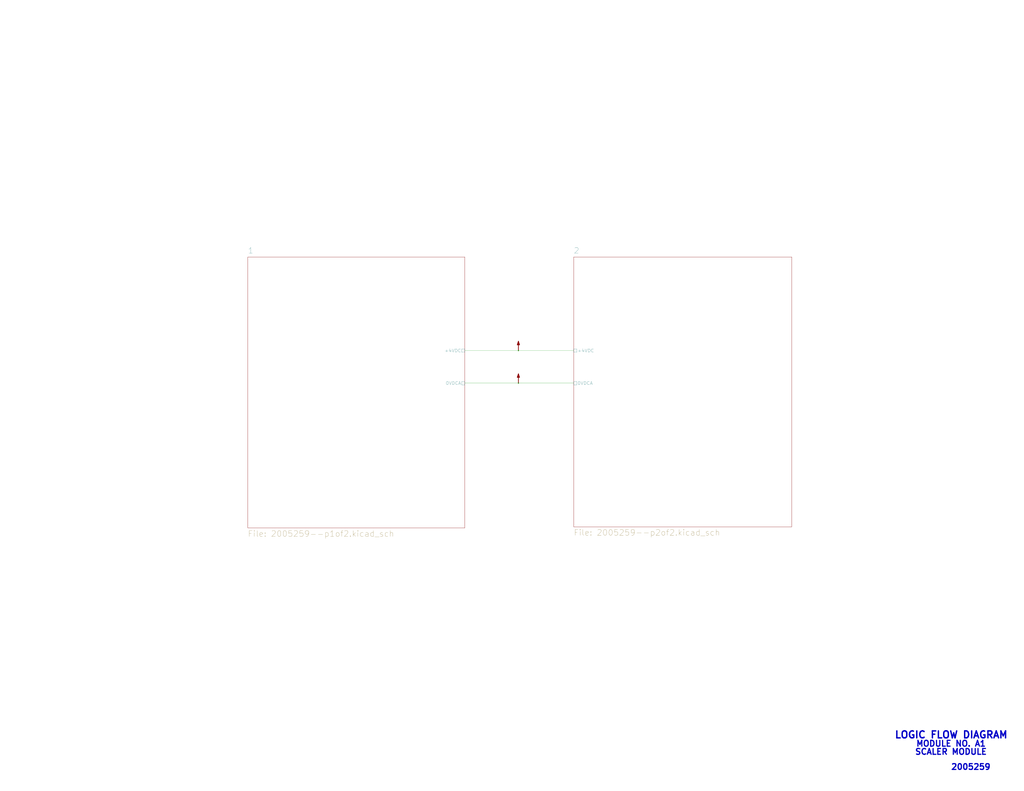
<source format=kicad_sch>
(kicad_sch (version 20211123) (generator eeschema)
  (paper "E")
  (title_block (title "2005259A") (date "2018-08-20") (rev "0.9") (company "Virtual AGC Project"))
  (lib_symbols
    (symbol "AGC_DSKY:PWR_FLAG" (power) (pin_numbers hide) (pin_names (offset 0) hide)
      (symbol "PWR_FLAG_0_0"
        (pin power_out line (at 0 0 90) (length 0) (name "pwr") (number "1"))
      )
      (symbol "PWR_FLAG_0_1"
        (polyline (pts (xy 0 0) (xy 0 10.16)) (stroke (width 0.762)))
        (polyline (pts (xy 0 10.16) (xy -1.27 6.35) (xy 1.27 6.35) (xy 0 10.16)) (stroke (width 0.762)) (fill (type outline)))
      )
    )
  )
  (junction (at 565.785 418.465))
  (junction (at 565.785 382.905))
  (wire (pts (xy 565.785 382.905) (xy 626.11 382.905)))
  (wire (pts (xy 626.11 418.465) (xy 565.785 418.465)))
  (wire (pts (xy 565.785 418.465) (xy 507.365 418.465)))
  (wire (pts (xy 507.365 382.905) (xy 565.785 382.905)))
  (text "SCALER MODULE" (at 998.22 824.865 0) (effects (font (size 6.35 6.35) (thickness 1.27) bold) (justify left bottom)))
  (text "MODULE NO. A1" (at 999.49 815.975 0) (effects (font (size 6.35 6.35) (thickness 1.27) bold) (justify left bottom)))
  (text "2005259" (at 1037.59 841.375 0) (effects (font (size 6.35 6.35) (thickness 1.27) bold) (justify left bottom)))
  (text "LOGIC FLOW DIAGRAM" (at 975.995 807.085 0) (effects (font (size 7.62 7.62) (thickness 1.524) bold) (justify left bottom)))
  (symbol (lib_id "AGC_DSKY:PWR_FLAG") (at 565.785 418.465 0) (unit 1)
    (property "Reference" "#FLG0101" (effects hide))
    (property "Value" "PWR_FLAG" (effects hide))
  )
  (symbol (lib_id "AGC_DSKY:PWR_FLAG") (at 565.785 382.905 0) (unit 1)
    (property "Reference" "#FLG0102" (effects hide))
    (property "Value" "PWR_FLAG" (effects hide))
  )
  (sheet (at 270.51 280.67) (size 236.855 295.91)
    (property "Sheet name" "1" (at 270.51 277.4184 0) (effects (font (size 6.35 6.35)) (justify left bottom)))
    (property "Sheet file" "2005259--p1of2.kicad_sch" (at 270.51 579.1966 0) (effects (font (size 6.35 6.35)) (justify left top)))
    (pin "0VDCA" passive (at 507.365 418.465 0) (effects (font (size 3.556 3.556))))
    (pin "+4VDC" passive (at 507.365 382.905 0) (effects (font (size 3.556 3.556))))
  )
  (sheet (at 626.11 280.67) (size 238.125 294.64)
    (property "Sheet name" "2" (at 626.11 277.4184 0) (effects (font (size 6.35 6.35)) (justify left bottom)))
    (property "Sheet file" "2005259--p2of2.kicad_sch" (at 626.11 577.9266 0) (effects (font (size 6.35 6.35)) (justify left top)))
    (pin "0VDCA" passive (at 626.11 418.465 180) (effects (font (size 3.556 3.556))))
    (pin "+4VDC" passive (at 626.11 382.905 180) (effects (font (size 3.556 3.556))))
  )
)
</source>
